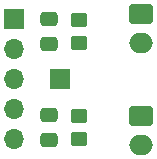
<source format=gbr>
%TF.GenerationSoftware,KiCad,Pcbnew,(6.0.1)*%
%TF.CreationDate,2022-02-14T11:52:32-05:00*%
%TF.ProjectId,SKR-Mini_TFT_Thermistor_Board,534b522d-4d69-46e6-995f-5446545f5468,rev?*%
%TF.SameCoordinates,Original*%
%TF.FileFunction,Soldermask,Top*%
%TF.FilePolarity,Negative*%
%FSLAX46Y46*%
G04 Gerber Fmt 4.6, Leading zero omitted, Abs format (unit mm)*
G04 Created by KiCad (PCBNEW (6.0.1)) date 2022-02-14 11:52:32*
%MOMM*%
%LPD*%
G01*
G04 APERTURE LIST*
G04 Aperture macros list*
%AMRoundRect*
0 Rectangle with rounded corners*
0 $1 Rounding radius*
0 $2 $3 $4 $5 $6 $7 $8 $9 X,Y pos of 4 corners*
0 Add a 4 corners polygon primitive as box body*
4,1,4,$2,$3,$4,$5,$6,$7,$8,$9,$2,$3,0*
0 Add four circle primitives for the rounded corners*
1,1,$1+$1,$2,$3*
1,1,$1+$1,$4,$5*
1,1,$1+$1,$6,$7*
1,1,$1+$1,$8,$9*
0 Add four rect primitives between the rounded corners*
20,1,$1+$1,$2,$3,$4,$5,0*
20,1,$1+$1,$4,$5,$6,$7,0*
20,1,$1+$1,$6,$7,$8,$9,0*
20,1,$1+$1,$8,$9,$2,$3,0*%
G04 Aperture macros list end*
%ADD10RoundRect,0.250000X0.475000X-0.337500X0.475000X0.337500X-0.475000X0.337500X-0.475000X-0.337500X0*%
%ADD11RoundRect,0.250000X0.450000X-0.350000X0.450000X0.350000X-0.450000X0.350000X-0.450000X-0.350000X0*%
%ADD12RoundRect,0.250000X-0.475000X0.337500X-0.475000X-0.337500X0.475000X-0.337500X0.475000X0.337500X0*%
%ADD13RoundRect,0.250000X-0.450000X0.350000X-0.450000X-0.350000X0.450000X-0.350000X0.450000X0.350000X0*%
%ADD14RoundRect,0.250000X-0.750000X0.600000X-0.750000X-0.600000X0.750000X-0.600000X0.750000X0.600000X0*%
%ADD15O,2.000000X1.700000*%
%ADD16R,1.700000X1.700000*%
%ADD17O,1.700000X1.700000*%
G04 APERTURE END LIST*
D10*
%TO.C,C2*%
X115443000Y-96033500D03*
X115443000Y-93958500D03*
%TD*%
D11*
%TO.C,R2*%
X117983000Y-95996000D03*
X117983000Y-93996000D03*
%TD*%
D12*
%TO.C,C1*%
X115443000Y-102086500D03*
X115443000Y-104161500D03*
%TD*%
D13*
%TO.C,R1*%
X117983000Y-102124000D03*
X117983000Y-104124000D03*
%TD*%
D14*
%TO.C,T0*%
X123207000Y-102128000D03*
D15*
X123207000Y-104628000D03*
%TD*%
D14*
%TO.C,T1*%
X123207000Y-93492000D03*
D15*
X123207000Y-95992000D03*
%TD*%
D16*
%TO.C,J2*%
X116357000Y-99030000D03*
%TD*%
%TO.C,J1*%
X112420000Y-93955000D03*
D17*
X112420000Y-96495000D03*
X112420000Y-99035000D03*
X112420000Y-101575000D03*
X112420000Y-104115000D03*
%TD*%
M02*

</source>
